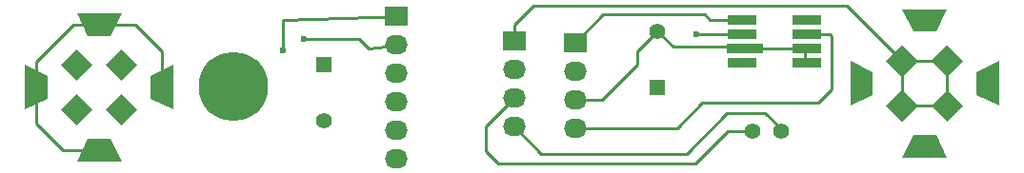
<source format=gbr>
G04 #@! TF.FileFunction,Copper,L1,Top,Signal*
%FSLAX46Y46*%
G04 Gerber Fmt 4.6, Leading zero omitted, Abs format (unit mm)*
G04 Created by KiCad (PCBNEW 4.0.4-stable) date Monday, October 17, 2016 'PMt' 10:33:17 PM*
%MOMM*%
%LPD*%
G01*
G04 APERTURE LIST*
%ADD10C,0.100000*%
%ADD11C,1.397000*%
%ADD12R,1.400000X1.400000*%
%ADD13C,1.400000*%
%ADD14R,2.032000X1.727200*%
%ADD15O,2.032000X1.727200*%
%ADD16R,2.650000X0.900000*%
%ADD17R,3.200000X0.900000*%
%ADD18C,6.160000*%
%ADD19C,0.600000*%
%ADD20C,0.250000*%
G04 APERTURE END LIST*
D10*
D11*
X151030000Y-124900000D03*
X153570000Y-124900000D03*
D12*
X113000000Y-119000000D03*
D13*
X113000000Y-124000000D03*
D14*
X119400000Y-114700000D03*
D15*
X119400000Y-117240000D03*
X119400000Y-119780000D03*
X119400000Y-122320000D03*
X119400000Y-124860000D03*
X119400000Y-127400000D03*
D14*
X129900000Y-116900000D03*
D15*
X129900000Y-119440000D03*
X129900000Y-121980000D03*
X129900000Y-124520000D03*
D12*
X142600000Y-121000000D03*
D13*
X142600000Y-116000000D03*
D14*
X135300000Y-117000000D03*
D15*
X135300000Y-119540000D03*
X135300000Y-122080000D03*
X135300000Y-124620000D03*
D16*
X150150000Y-118800000D03*
D17*
X150425000Y-117550000D03*
D16*
X150150000Y-116250000D03*
X150150000Y-115000000D03*
X155900000Y-118800000D03*
X155900000Y-117550000D03*
X155900000Y-116250000D03*
X155900000Y-115000000D03*
D18*
X104900000Y-120900000D03*
D10*
G36*
X164370000Y-121235786D02*
X165784214Y-122650000D01*
X164370000Y-124064214D01*
X162955786Y-122650000D01*
X164370000Y-121235786D01*
X164370000Y-121235786D01*
G37*
G36*
X166955786Y-122650000D02*
X168370000Y-121235786D01*
X169784214Y-122650000D01*
X168370000Y-124064214D01*
X166955786Y-122650000D01*
X166955786Y-122650000D01*
G37*
G36*
X165784214Y-118650000D02*
X164370000Y-120064214D01*
X162955786Y-118650000D01*
X164370000Y-117235786D01*
X165784214Y-118650000D01*
X165784214Y-118650000D01*
G37*
G36*
X168370000Y-120064214D02*
X166955786Y-118650000D01*
X168370000Y-117235786D01*
X169784214Y-118650000D01*
X168370000Y-120064214D01*
X168370000Y-120064214D01*
G37*
G36*
X159770000Y-122650000D02*
X159770000Y-118650000D01*
X161770000Y-119650000D01*
X161770000Y-121650000D01*
X159770000Y-122650000D01*
X159770000Y-122650000D01*
G37*
G36*
X164370000Y-127250000D02*
X165370000Y-125250000D01*
X167370000Y-125250000D01*
X168370000Y-127250000D01*
X164370000Y-127250000D01*
X164370000Y-127250000D01*
G37*
G36*
X170970000Y-121650000D02*
X170970000Y-119650000D01*
X172970000Y-118650000D01*
X172970000Y-122650000D01*
X170970000Y-121650000D01*
X170970000Y-121650000D01*
G37*
G36*
X165370000Y-116050000D02*
X164370000Y-114050000D01*
X168370000Y-114050000D01*
X167370000Y-116050000D01*
X165370000Y-116050000D01*
X165370000Y-116050000D01*
G37*
G36*
X91000000Y-121585786D02*
X92414214Y-123000000D01*
X91000000Y-124414214D01*
X89585786Y-123000000D01*
X91000000Y-121585786D01*
X91000000Y-121585786D01*
G37*
G36*
X93585786Y-123000000D02*
X95000000Y-121585786D01*
X96414214Y-123000000D01*
X95000000Y-124414214D01*
X93585786Y-123000000D01*
X93585786Y-123000000D01*
G37*
G36*
X92414214Y-119000000D02*
X91000000Y-120414214D01*
X89585786Y-119000000D01*
X91000000Y-117585786D01*
X92414214Y-119000000D01*
X92414214Y-119000000D01*
G37*
G36*
X95000000Y-120414214D02*
X93585786Y-119000000D01*
X95000000Y-117585786D01*
X96414214Y-119000000D01*
X95000000Y-120414214D01*
X95000000Y-120414214D01*
G37*
G36*
X86400000Y-123000000D02*
X86400000Y-119000000D01*
X88400000Y-120000000D01*
X88400000Y-122000000D01*
X86400000Y-123000000D01*
X86400000Y-123000000D01*
G37*
G36*
X91000000Y-127600000D02*
X92000000Y-125600000D01*
X94000000Y-125600000D01*
X95000000Y-127600000D01*
X91000000Y-127600000D01*
X91000000Y-127600000D01*
G37*
G36*
X97600000Y-122000000D02*
X97600000Y-120000000D01*
X99600000Y-119000000D01*
X99600000Y-123000000D01*
X97600000Y-122000000D01*
X97600000Y-122000000D01*
G37*
G36*
X92000000Y-116400000D02*
X91000000Y-114400000D01*
X95000000Y-114400000D01*
X94000000Y-116400000D01*
X92000000Y-116400000D01*
X92000000Y-116400000D01*
G37*
D19*
X109300000Y-117700000D03*
X111200000Y-116700000D03*
X146100000Y-116300000D03*
D20*
X93000000Y-115400000D02*
X96200000Y-115400000D01*
X98600000Y-117800000D02*
X98600000Y-121000000D01*
X96200000Y-115400000D02*
X98600000Y-117800000D01*
X93000000Y-115400000D02*
X90700000Y-115400000D01*
X87400000Y-118700000D02*
X87400000Y-121000000D01*
X90700000Y-115400000D02*
X87400000Y-118700000D01*
X87400000Y-121000000D02*
X87400000Y-124200000D01*
X87400000Y-124200000D02*
X89800000Y-126600000D01*
X89800000Y-126600000D02*
X93000000Y-126600000D01*
X168370000Y-122650000D02*
X164370000Y-122650000D01*
X164370000Y-122650000D02*
X164370000Y-118650000D01*
X129900000Y-116900000D02*
X129900000Y-115400000D01*
X159420000Y-113700000D02*
X164370000Y-118650000D01*
X131600000Y-113700000D02*
X159420000Y-113700000D01*
X129900000Y-115400000D02*
X131600000Y-113700000D01*
X168370000Y-122650000D02*
X168370000Y-118650000D01*
X168370000Y-118650000D02*
X164370000Y-118650000D01*
X109300000Y-116700000D02*
X109300000Y-117700000D01*
X109300000Y-116700000D02*
X109300000Y-115000000D01*
X120000000Y-114700000D02*
X109300000Y-115000000D01*
X116940000Y-117540000D02*
X120000000Y-117240000D01*
X116100000Y-116700000D02*
X116940000Y-117540000D01*
X111200000Y-116700000D02*
X116100000Y-116700000D01*
X151030000Y-124900000D02*
X148900000Y-124900000D01*
X127400000Y-124480000D02*
X129900000Y-121980000D01*
X127400000Y-126700000D02*
X127400000Y-124480000D01*
X128500000Y-127800000D02*
X127400000Y-126700000D01*
X146000000Y-127800000D02*
X128500000Y-127800000D01*
X148900000Y-124900000D02*
X146000000Y-127800000D01*
X153570000Y-124900000D02*
X153570000Y-124670000D01*
X153570000Y-124670000D02*
X152200000Y-123300000D01*
X152200000Y-123300000D02*
X148800000Y-123300000D01*
X148800000Y-123300000D02*
X145200000Y-126900000D01*
X145200000Y-126900000D02*
X132280000Y-126900000D01*
X132280000Y-126900000D02*
X129900000Y-124520000D01*
X146150000Y-116250000D02*
X150350000Y-116250000D01*
X146100000Y-116300000D02*
X146150000Y-116250000D01*
X135300000Y-122080000D02*
X137720000Y-122080000D01*
X140800000Y-117800000D02*
X142600000Y-116000000D01*
X140800000Y-119000000D02*
X140800000Y-117800000D01*
X137720000Y-122080000D02*
X140800000Y-119000000D01*
X155700000Y-118800000D02*
X155700000Y-117550000D01*
X155700000Y-117550000D02*
X150350000Y-117550000D01*
X150350000Y-117550000D02*
X150200000Y-117400000D01*
X150200000Y-117400000D02*
X144000000Y-117400000D01*
X144000000Y-117400000D02*
X142600000Y-116000000D01*
X150350000Y-115000000D02*
X147300000Y-115000000D01*
X137800000Y-114500000D02*
X135300000Y-117000000D01*
X146800000Y-114500000D02*
X137800000Y-114500000D01*
X147300000Y-115000000D02*
X146800000Y-114500000D01*
X155700000Y-116250000D02*
X157950000Y-116250000D01*
X144380000Y-124620000D02*
X135300000Y-124620000D01*
X146600000Y-122400000D02*
X144380000Y-124620000D01*
X156900000Y-122400000D02*
X146600000Y-122400000D01*
X158100000Y-121200000D02*
X156900000Y-122400000D01*
X158100000Y-116400000D02*
X158100000Y-121200000D01*
X157950000Y-116250000D02*
X158100000Y-116400000D01*
M02*

</source>
